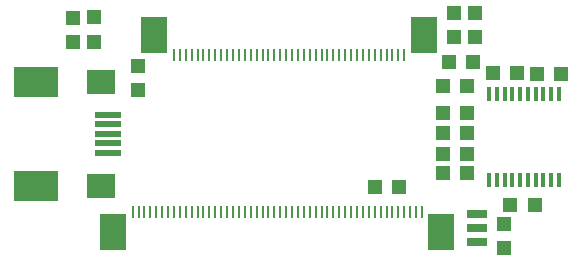
<source format=gbr>
G04 EAGLE Gerber RS-274X export*
G75*
%MOMM*%
%FSLAX34Y34*%
%LPD*%
%INSolderpaste Top*%
%IPPOS*%
%AMOC8*
5,1,8,0,0,1.08239X$1,22.5*%
G01*
%ADD10R,0.250000X1.100000*%
%ADD11R,2.300000X3.100000*%
%ADD12R,0.304800X1.270000*%
%ADD13R,1.700000X0.700000*%
%ADD14R,2.400000X2.000000*%
%ADD15R,2.308000X0.500000*%
%ADD16R,3.810000X2.540000*%
%ADD17R,1.200000X1.300000*%
%ADD18R,1.300000X1.200000*%
%ADD19R,1.200000X1.200000*%


D10*
X144300Y181600D03*
X149300Y181600D03*
X154300Y181600D03*
X159300Y181600D03*
X164300Y181600D03*
X169300Y181600D03*
X174300Y181600D03*
X179300Y181600D03*
X184300Y181600D03*
X189300Y181600D03*
X194300Y181600D03*
X199300Y181600D03*
X204300Y181600D03*
X209300Y181600D03*
X214300Y181600D03*
X219300Y181600D03*
X224300Y181600D03*
X229300Y181600D03*
X234300Y181600D03*
X239300Y181600D03*
X244300Y181600D03*
X249300Y181600D03*
X254300Y181600D03*
X259300Y181600D03*
X264300Y181600D03*
X269300Y181600D03*
X274300Y181600D03*
X279300Y181600D03*
X284300Y181600D03*
X289300Y181600D03*
X294300Y181600D03*
X299300Y181600D03*
X304300Y181600D03*
X309300Y181600D03*
X314300Y181600D03*
X319300Y181600D03*
X324300Y181600D03*
X329300Y181600D03*
X334300Y181600D03*
X339300Y181600D03*
D11*
X355800Y198600D03*
X127800Y198600D03*
D10*
X109300Y48900D03*
X114300Y48900D03*
X119300Y48900D03*
X124300Y48900D03*
X129300Y48900D03*
X134300Y48900D03*
X139300Y48900D03*
X144300Y48900D03*
X149300Y48900D03*
X154300Y48900D03*
X159300Y48900D03*
X164300Y48900D03*
X169300Y48900D03*
X174300Y48900D03*
X179300Y48900D03*
X184300Y48900D03*
X189300Y48900D03*
X194300Y48900D03*
X199300Y48900D03*
X204300Y48900D03*
X209300Y48900D03*
X214300Y48900D03*
X219300Y48900D03*
X224300Y48900D03*
X229300Y48900D03*
X234300Y48900D03*
X239300Y48900D03*
X244300Y48900D03*
X249300Y48900D03*
X254300Y48900D03*
X259300Y48900D03*
X264300Y48900D03*
X269300Y48900D03*
X274300Y48900D03*
X279300Y48900D03*
X284300Y48900D03*
X289300Y48900D03*
X294300Y48900D03*
X299300Y48900D03*
X304300Y48900D03*
D11*
X92800Y31900D03*
X370800Y31900D03*
D10*
X309300Y48900D03*
X314300Y48900D03*
X319300Y48900D03*
X324300Y48900D03*
X329300Y48900D03*
X334300Y48900D03*
X339300Y48900D03*
X344300Y48900D03*
X349300Y48900D03*
X354300Y48900D03*
D12*
X411430Y75782D03*
X417930Y75782D03*
X424430Y75782D03*
X430930Y75782D03*
X437430Y75782D03*
X443930Y75782D03*
X450430Y75782D03*
X456930Y75782D03*
X463430Y75782D03*
X469930Y75782D03*
X469930Y148138D03*
X463430Y148138D03*
X456930Y148138D03*
X450430Y148138D03*
X443930Y148138D03*
X437430Y148138D03*
X430930Y148138D03*
X424430Y148138D03*
X417930Y148138D03*
X411430Y148138D03*
D13*
X400910Y47120D03*
X400910Y35120D03*
X400910Y23120D03*
D14*
X82800Y159000D03*
D15*
X88440Y131000D03*
X88440Y123000D03*
X88440Y115000D03*
X88440Y107000D03*
X88440Y99000D03*
D16*
X27800Y159000D03*
D14*
X82800Y71000D03*
D16*
X27800Y71000D03*
D17*
X471810Y165330D03*
X451490Y165330D03*
D18*
X423810Y18420D03*
X423810Y38740D03*
D19*
X76800Y213420D03*
X76800Y192420D03*
X429200Y54540D03*
X450200Y54540D03*
D18*
X58520Y192880D03*
X58520Y213200D03*
X113800Y172160D03*
X113800Y151840D03*
D17*
X314550Y70060D03*
X334870Y70060D03*
X434800Y166580D03*
X414480Y166580D03*
X392430Y81280D03*
X372110Y81280D03*
X392430Y115570D03*
X372110Y115570D03*
X392430Y154940D03*
X372110Y154940D03*
D18*
X381000Y196850D03*
X381000Y217170D03*
X398780Y196850D03*
X398780Y217170D03*
D17*
X392430Y132080D03*
X372110Y132080D03*
X397510Y175260D03*
X377190Y175260D03*
X392430Y97790D03*
X372110Y97790D03*
M02*

</source>
